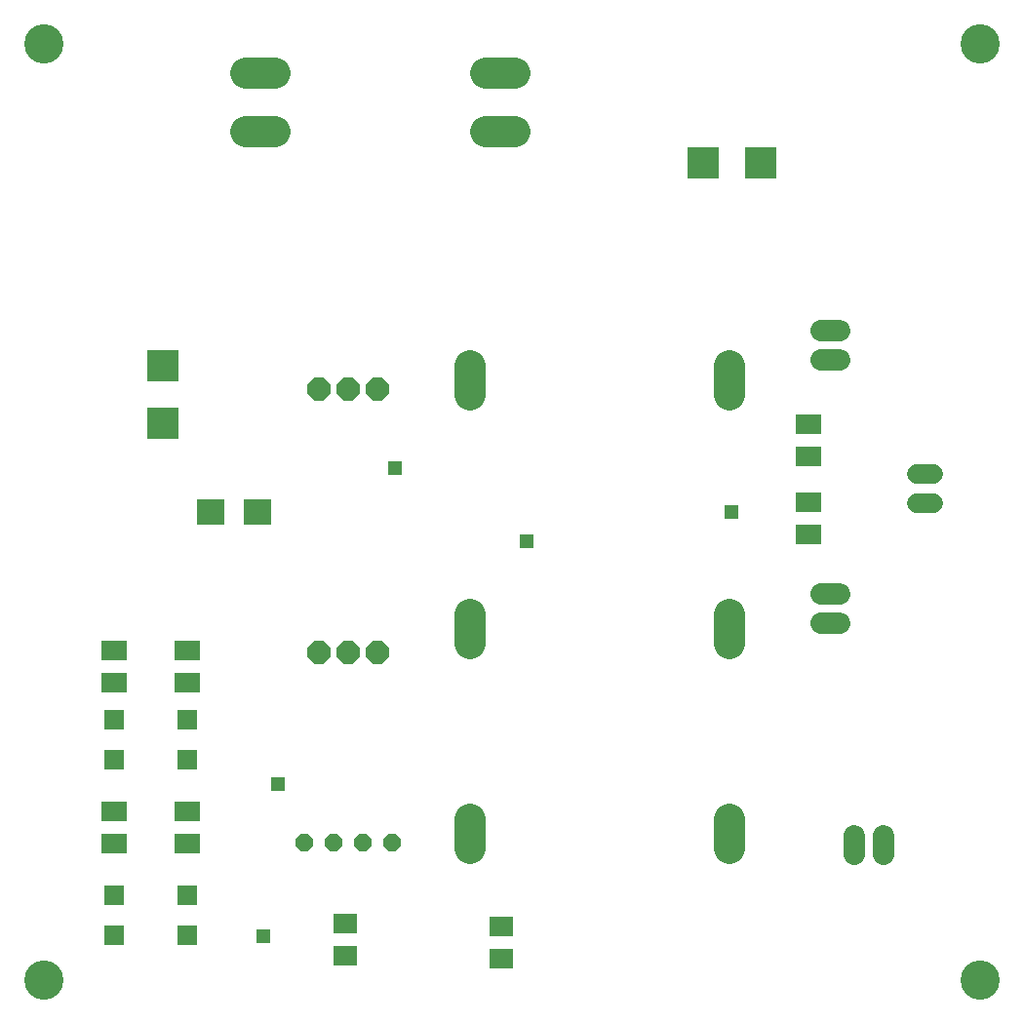
<source format=gts>
G75*
%MOIN*%
%OFA0B0*%
%FSLAX24Y24*%
%IPPOS*%
%LPD*%
%AMOC8*
5,1,8,0,0,1.08239X$1,22.5*
%
%ADD10C,0.1340*%
%ADD11C,0.0725*%
%ADD12R,0.0671X0.0671*%
%ADD13R,0.0867X0.0710*%
%ADD14OC8,0.0789*%
%ADD15OC8,0.0595*%
%ADD16R,0.0789X0.0710*%
%ADD17C,0.0674*%
%ADD18C,0.1080*%
%ADD19R,0.0980X0.0880*%
%ADD20R,0.1070X0.1070*%
%ADD21R,0.0476X0.0476*%
D10*
X001300Y001313D03*
X001300Y033313D03*
X033300Y033313D03*
X033300Y001313D03*
D11*
X030010Y005603D02*
X030010Y006248D01*
X029010Y006248D02*
X029010Y005603D01*
X028510Y013523D02*
X027865Y013523D01*
X027865Y014523D02*
X028510Y014523D01*
X028510Y022523D02*
X027865Y022523D01*
X027865Y023523D02*
X028510Y023523D01*
D12*
X006188Y010211D03*
X006188Y008834D03*
X003688Y008834D03*
X003688Y010211D03*
X003688Y004211D03*
X003688Y002834D03*
X006188Y002834D03*
X006188Y004211D03*
D13*
X006188Y005971D03*
X006188Y007074D03*
X003688Y007074D03*
X003688Y005971D03*
X003688Y011471D03*
X003688Y012574D03*
X006188Y012574D03*
X006188Y011471D03*
X027413Y016551D03*
X027413Y017654D03*
X027438Y019221D03*
X027438Y020324D03*
D14*
X012688Y021523D03*
X011688Y021523D03*
X010688Y021523D03*
X010688Y012523D03*
X011688Y012523D03*
X012688Y012523D03*
D15*
X013188Y006023D03*
X012188Y006023D03*
X011188Y006023D03*
X010188Y006023D03*
D16*
X011590Y003251D03*
X011590Y002149D03*
X016913Y002051D03*
X016913Y003154D03*
D17*
X031116Y017603D02*
X031709Y017603D01*
X031709Y018603D02*
X031116Y018603D01*
D18*
X024730Y021313D02*
X024730Y022313D01*
X024730Y013813D02*
X024730Y012813D01*
X024730Y006813D02*
X024730Y005813D01*
X015870Y005813D02*
X015870Y006813D01*
X015870Y012813D02*
X015870Y013813D01*
X015870Y021313D02*
X015870Y022313D01*
X016400Y030313D02*
X017400Y030313D01*
X017400Y032313D02*
X016400Y032313D01*
X009200Y032313D02*
X008200Y032313D01*
X008200Y030313D02*
X009200Y030313D01*
D19*
X008600Y017313D03*
X007000Y017313D03*
D20*
X005375Y020328D03*
X005375Y022297D03*
X023816Y029238D03*
X025784Y029238D03*
D21*
X024800Y017313D03*
X017800Y016313D03*
X013300Y018813D03*
X009300Y008013D03*
X008800Y002813D03*
M02*

</source>
